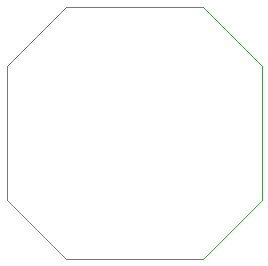
<source format=gbr>
%TF.GenerationSoftware,KiCad,Pcbnew,(6.0.6)*%
%TF.CreationDate,2022-09-07T15:36:20-05:00*%
%TF.ProjectId,etl_lgad_mockup_v1p2,65746c5f-6c67-4616-945f-6d6f636b7570,rev?*%
%TF.SameCoordinates,Original*%
%TF.FileFunction,Profile,NP*%
%FSLAX46Y46*%
G04 Gerber Fmt 4.6, Leading zero omitted, Abs format (unit mm)*
G04 Created by KiCad (PCBNEW (6.0.6)) date 2022-09-07 15:36:20*
%MOMM*%
%LPD*%
G01*
G04 APERTURE LIST*
%TA.AperFunction,Profile*%
%ADD10C,0.050000*%
%TD*%
G04 APERTURE END LIST*
D10*
X16600000Y-21400000D02*
X21600000Y-16400000D01*
X0Y-16400000D02*
X5000000Y-21400000D01*
X16600000Y0D02*
X21600000Y-5000000D01*
X5000000Y0D02*
X0Y-5000000D01*
X0Y-5000000D02*
X0Y-16400000D01*
X5000000Y-21400000D02*
X16600000Y-21400000D01*
X5000000Y0D02*
X16600000Y0D01*
X21600000Y-5000000D02*
X21600000Y-16400000D01*
M02*

</source>
